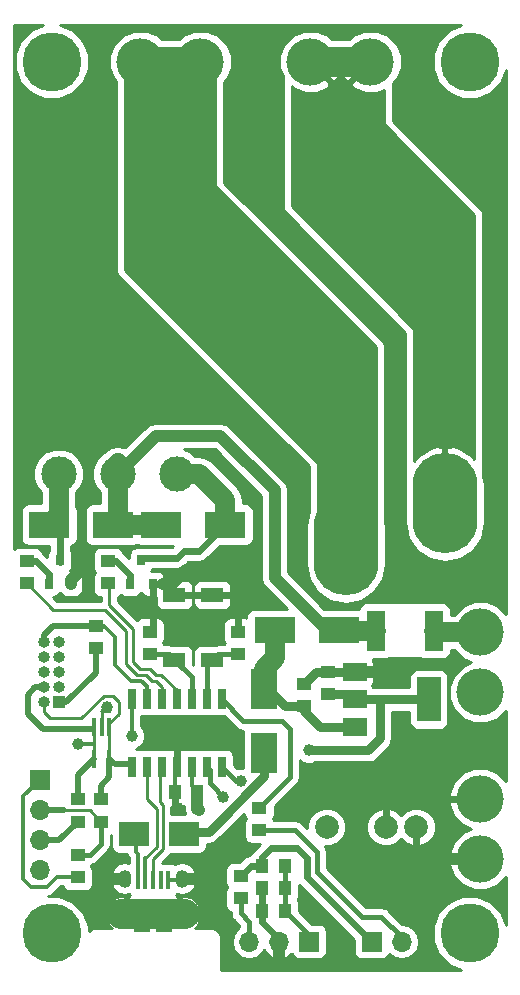
<source format=gbr>
G04 #@! TF.FileFunction,Copper,L1,Top,Signal*
%FSLAX46Y46*%
G04 Gerber Fmt 4.6, Leading zero omitted, Abs format (unit mm)*
G04 Created by KiCad (PCBNEW 4.0.5-e0-6337~49~ubuntu16.04.1) date Sun Mar 26 23:32:04 2017*
%MOMM*%
%LPD*%
G01*
G04 APERTURE LIST*
%ADD10C,0.100000*%
%ADD11C,5.000000*%
%ADD12R,2.300000X3.500000*%
%ADD13R,3.500000X2.300000*%
%ADD14R,2.650000X2.030000*%
%ADD15R,1.700000X1.700000*%
%ADD16O,1.700000X1.700000*%
%ADD17R,0.400000X1.650000*%
%ADD18O,1.100000X1.500000*%
%ADD19O,1.200000X1.700000*%
%ADD20R,1.430000X2.500000*%
%ADD21R,0.800000X0.900000*%
%ADD22R,2.000000X3.800000*%
%ADD23R,2.000000X1.500000*%
%ADD24R,0.400000X1.500000*%
%ADD25C,4.000000*%
%ADD26R,1.600000X3.500000*%
%ADD27R,1.300000X1.100000*%
%ADD28R,1.100000X1.300000*%
%ADD29R,1.000000X1.000000*%
%ADD30O,1.000000X1.000000*%
%ADD31R,1.900000X1.300000*%
%ADD32R,0.800000X1.700000*%
%ADD33C,2.000000*%
%ADD34C,3.000000*%
%ADD35O,5.500000X8.500000*%
%ADD36C,1.000000*%
%ADD37C,1.700000*%
%ADD38C,0.800000*%
%ADD39C,2.500000*%
%ADD40C,1.000000*%
%ADD41C,0.600000*%
%ADD42C,0.230000*%
%ADD43C,0.300000*%
%ADD44C,0.500000*%
%ADD45C,0.400000*%
%ADD46C,0.254000*%
G04 APERTURE END LIST*
D10*
D11*
X137400000Y-52800000D03*
X137400000Y-126600000D03*
X102000000Y-126600000D03*
D12*
X120000000Y-105900000D03*
X120000000Y-111300000D03*
D13*
X120900000Y-100900000D03*
X126300000Y-100900000D03*
X107200000Y-92000000D03*
X101800000Y-92000000D03*
X111300000Y-92000000D03*
X116700000Y-92000000D03*
D14*
X109010000Y-118200000D03*
X113190000Y-118200000D03*
D15*
X101000000Y-113600000D03*
D16*
X101000000Y-116140000D03*
X101000000Y-118680000D03*
X101000000Y-121220000D03*
D17*
X109300000Y-122100000D03*
X109950000Y-122100000D03*
X110600000Y-122100000D03*
X111250000Y-122100000D03*
X111900000Y-122100000D03*
D18*
X108180000Y-121980000D03*
X113020000Y-121980000D03*
D19*
X107870000Y-124980000D03*
X113330000Y-124980000D03*
D20*
X109640000Y-125220000D03*
X111560000Y-125220000D03*
D15*
X123800000Y-127300000D03*
D16*
X121260000Y-127300000D03*
X118720000Y-127300000D03*
D15*
X129100000Y-127300000D03*
D16*
X131640000Y-127300000D03*
D21*
X101750000Y-97000000D03*
X103650000Y-97000000D03*
X102700000Y-95000000D03*
X108650000Y-97000000D03*
X110550000Y-97000000D03*
X109600000Y-95000000D03*
D22*
X133950000Y-106800000D03*
D23*
X127650000Y-106800000D03*
X127650000Y-109100000D03*
X127650000Y-104500000D03*
D24*
X106900000Y-109170000D03*
X106250000Y-109170000D03*
X105600000Y-109170000D03*
X105600000Y-111830000D03*
X106900000Y-111830000D03*
D25*
X138300000Y-106200000D03*
X138300000Y-101120000D03*
X138300000Y-120300000D03*
X138300000Y-115220000D03*
X129000000Y-52800000D03*
X123920000Y-52800000D03*
X114600000Y-52800000D03*
X109520000Y-52800000D03*
D26*
X134340000Y-101000000D03*
X129460000Y-101000000D03*
D27*
X106200000Y-115250000D03*
X106200000Y-117150000D03*
X104200000Y-115250000D03*
X104200000Y-117150000D03*
X123400000Y-107350000D03*
X123400000Y-105450000D03*
D28*
X114350000Y-114600000D03*
X112450000Y-114600000D03*
D27*
X125400000Y-106350000D03*
X125400000Y-104450000D03*
X117800000Y-101050000D03*
X117800000Y-102950000D03*
X110300000Y-101050000D03*
X110300000Y-102950000D03*
D28*
X119850000Y-122800000D03*
X121750000Y-122800000D03*
D27*
X105750000Y-102450000D03*
X105750000Y-100550000D03*
X119600000Y-117850000D03*
X119600000Y-115950000D03*
X99900000Y-95050000D03*
X99900000Y-96950000D03*
X106800000Y-96950000D03*
X106800000Y-95050000D03*
D29*
X102640000Y-107040000D03*
D30*
X101370000Y-107040000D03*
X102640000Y-105770000D03*
X101370000Y-105770000D03*
X102640000Y-104500000D03*
X101370000Y-104500000D03*
X102640000Y-103230000D03*
X101370000Y-103230000D03*
X102640000Y-101960000D03*
X101370000Y-101960000D03*
D11*
X102000000Y-52800000D03*
D31*
X115610000Y-103450000D03*
X115605000Y-97950000D03*
X112405000Y-97950000D03*
X112405000Y-103450000D03*
D32*
X116400000Y-106720000D03*
X115130000Y-106720000D03*
X113860000Y-106720000D03*
X112590000Y-106720000D03*
X111320000Y-106720000D03*
X110050000Y-106720000D03*
X108780000Y-106720000D03*
X108780000Y-112480000D03*
X110050000Y-112480000D03*
X111320000Y-112480000D03*
X112590000Y-112480000D03*
X113860000Y-112480000D03*
X115130000Y-112480000D03*
X116400000Y-112480000D03*
D28*
X121750000Y-124700000D03*
X119850000Y-124700000D03*
D27*
X104200000Y-119950000D03*
X104200000Y-121850000D03*
X118000000Y-121750000D03*
X118000000Y-123650000D03*
D28*
X121750000Y-120900000D03*
X119850000Y-120900000D03*
D33*
X130290000Y-117600000D03*
X132889840Y-117600000D03*
X125290160Y-117600000D03*
D34*
X102600000Y-87700000D03*
X107600000Y-87700000D03*
X112600000Y-87700000D03*
D35*
X126900000Y-93700000D03*
X135300000Y-90200000D03*
D36*
X130100000Y-104400000D03*
X104900000Y-95400000D03*
X113400000Y-95800000D03*
X106700000Y-107400000D03*
X112700000Y-116000000D03*
X123800000Y-111100000D03*
X114500000Y-116200000D03*
X108800000Y-109900000D03*
X104200000Y-110600000D03*
X116500000Y-115100000D03*
X118000000Y-113700000D03*
D37*
X120000000Y-105900000D02*
X120000000Y-104200000D01*
X120000000Y-104200000D02*
X120900000Y-103300000D01*
X120900000Y-103300000D02*
X120900000Y-100900000D01*
D38*
X123400000Y-107350000D02*
X123400000Y-107800000D01*
X123400000Y-107800000D02*
X124700000Y-109100000D01*
X124700000Y-109100000D02*
X127650000Y-109100000D01*
X120000000Y-105900000D02*
X120300000Y-105900000D01*
X120300000Y-105900000D02*
X121750000Y-107350000D01*
X121750000Y-107350000D02*
X123400000Y-107350000D01*
D39*
X113330000Y-124980000D02*
X107870000Y-124980000D01*
D40*
X109640000Y-125220000D02*
X111560000Y-125220000D01*
X113020000Y-121980000D02*
X114980000Y-121980000D01*
X114980000Y-121980000D02*
X115000000Y-122000000D01*
X108180000Y-121980000D02*
X106120000Y-121980000D01*
X106120000Y-121980000D02*
X106100000Y-122000000D01*
X121260000Y-127300000D02*
X121260000Y-128960000D01*
X121260000Y-128960000D02*
X121300000Y-129000000D01*
X138300000Y-120300000D02*
X134500000Y-120300000D01*
D41*
X138300000Y-115220000D02*
X134580000Y-115220000D01*
D40*
X134580000Y-115220000D02*
X134500000Y-115300000D01*
D41*
X132889840Y-117600000D02*
X132889840Y-119889840D01*
X132889840Y-119889840D02*
X133000000Y-120000000D01*
X130290000Y-117600000D02*
X130290000Y-115190000D01*
X130290000Y-115190000D02*
X130200000Y-115100000D01*
X121260000Y-127300000D02*
X121260000Y-127060000D01*
X121260000Y-127060000D02*
X119850000Y-125650000D01*
X119850000Y-125650000D02*
X119850000Y-124700000D01*
X119850000Y-122800000D02*
X119850000Y-124700000D01*
X121260000Y-127300000D02*
X121260000Y-127260000D01*
X101000000Y-121220000D02*
X101120000Y-121100000D01*
X113330000Y-124980000D02*
X113410000Y-124900000D01*
X113410000Y-124900000D02*
X115600000Y-124900000D01*
X107870000Y-124980000D02*
X107750000Y-125100000D01*
X107750000Y-125100000D02*
X105700000Y-125100000D01*
X112590000Y-112480000D02*
X112600000Y-112470000D01*
X112600000Y-112470000D02*
X112600000Y-110000000D01*
D40*
X130100000Y-104400000D02*
X130000000Y-104500000D01*
X130000000Y-104500000D02*
X127650000Y-104500000D01*
X103650000Y-97000000D02*
X103650000Y-96650000D01*
X103650000Y-96650000D02*
X104900000Y-95400000D01*
X113400000Y-95800000D02*
X112200000Y-97000000D01*
X112200000Y-97000000D02*
X111455000Y-97000000D01*
D38*
X125400000Y-104450000D02*
X127600000Y-104450000D01*
X127600000Y-104450000D02*
X127650000Y-104500000D01*
D41*
X115605000Y-97950000D02*
X117150000Y-97950000D01*
X117800000Y-98600000D02*
X117800000Y-101050000D01*
X117150000Y-97950000D02*
X117800000Y-98600000D01*
X110550000Y-97000000D02*
X110550000Y-100800000D01*
X110550000Y-100800000D02*
X110300000Y-101050000D01*
X110550000Y-97000000D02*
X111455000Y-97000000D01*
X111455000Y-97000000D02*
X112405000Y-97950000D01*
X112405000Y-97950000D02*
X115605000Y-97950000D01*
X111560000Y-125220000D02*
X113090000Y-125220000D01*
X113090000Y-125220000D02*
X113330000Y-124980000D01*
X109640000Y-125220000D02*
X108110000Y-125220000D01*
X108110000Y-125220000D02*
X107870000Y-124980000D01*
D42*
X106250000Y-109170000D02*
X106250000Y-107850000D01*
X106250000Y-107850000D02*
X106700000Y-107400000D01*
D41*
X112450000Y-114600000D02*
X112450000Y-115750000D01*
X112450000Y-115750000D02*
X112700000Y-116000000D01*
D43*
X111900000Y-122100000D02*
X112900000Y-122100000D01*
X112900000Y-122100000D02*
X113020000Y-121980000D01*
X112450000Y-114600000D02*
X112450000Y-112450000D01*
X112450000Y-112450000D02*
X112600000Y-112300000D01*
D38*
X125400000Y-104450000D02*
X124400000Y-104450000D01*
X124400000Y-104450000D02*
X123400000Y-105450000D01*
D43*
X104200000Y-121850000D02*
X102450000Y-121850000D01*
X99600000Y-115000000D02*
X101000000Y-113600000D01*
X99600000Y-122000000D02*
X99600000Y-115000000D01*
X100300000Y-122700000D02*
X99600000Y-122000000D01*
X101600000Y-122700000D02*
X100300000Y-122700000D01*
X102450000Y-121850000D02*
X101600000Y-122700000D01*
D41*
X119850000Y-120900000D02*
X119850000Y-120150000D01*
X119850000Y-120150000D02*
X120600000Y-119400000D01*
X120600000Y-119400000D02*
X122800000Y-119400000D01*
X122800000Y-119400000D02*
X123600000Y-120200000D01*
X123600000Y-120200000D02*
X123600000Y-121800000D01*
X123600000Y-121800000D02*
X129100000Y-127300000D01*
X119850000Y-120900000D02*
X118850000Y-120900000D01*
X118850000Y-120900000D02*
X118000000Y-121750000D01*
D38*
X129800000Y-106800000D02*
X129800000Y-110100000D01*
X128800000Y-111100000D02*
X123800000Y-111100000D01*
X129800000Y-110100000D02*
X128800000Y-111100000D01*
X127650000Y-106800000D02*
X129800000Y-106800000D01*
X129800000Y-106800000D02*
X133950000Y-106800000D01*
X125400000Y-106350000D02*
X127200000Y-106350000D01*
X127200000Y-106350000D02*
X127650000Y-106800000D01*
D40*
X114350000Y-116050000D02*
X114350000Y-114600000D01*
X114500000Y-116200000D02*
X114350000Y-116050000D01*
D43*
X113870000Y-112300000D02*
X113870000Y-114120000D01*
X113870000Y-114120000D02*
X114350000Y-114600000D01*
D44*
X105750000Y-102450000D02*
X105750000Y-104550000D01*
X103260000Y-107040000D02*
X102640000Y-107040000D01*
X105750000Y-104550000D02*
X103260000Y-107040000D01*
D45*
X117800000Y-102950000D02*
X116110000Y-102950000D01*
X116110000Y-102950000D02*
X115130000Y-103930000D01*
X115130000Y-103930000D02*
X115130000Y-106720000D01*
X110300000Y-102950000D02*
X111905000Y-102950000D01*
X111905000Y-102950000D02*
X112405000Y-103450000D01*
X113860000Y-106720000D02*
X113860000Y-104905000D01*
X113860000Y-104905000D02*
X112405000Y-103450000D01*
D38*
X113190000Y-118000000D02*
X115300000Y-118000000D01*
X120000000Y-113300000D02*
X120000000Y-111300000D01*
X115300000Y-118000000D02*
X120000000Y-113300000D01*
D40*
X126300000Y-100900000D02*
X125300000Y-100900000D01*
X125300000Y-100900000D02*
X120900000Y-96500000D01*
X110800000Y-84500000D02*
X107600000Y-87700000D01*
X116300000Y-84500000D02*
X110800000Y-84500000D01*
X120900000Y-89100000D02*
X116300000Y-84500000D01*
X120900000Y-96500000D02*
X120900000Y-89100000D01*
D37*
X129460000Y-101000000D02*
X126400000Y-101000000D01*
X126400000Y-101000000D02*
X126300000Y-100900000D01*
X107600000Y-87700000D02*
X107600000Y-86800000D01*
X107200000Y-92000000D02*
X111300000Y-92000000D01*
X107600000Y-87700000D02*
X107600000Y-91600000D01*
X107600000Y-91600000D02*
X107200000Y-92000000D01*
D41*
X102700000Y-95200000D02*
X102700000Y-92900000D01*
X102700000Y-92900000D02*
X101800000Y-92000000D01*
D37*
X102600000Y-87700000D02*
X102600000Y-91200000D01*
X102600000Y-91200000D02*
X101800000Y-92000000D01*
D41*
X109800000Y-94800000D02*
X110800000Y-94800000D01*
X112600000Y-94800000D02*
X113200000Y-94200000D01*
X113200000Y-94200000D02*
X114500000Y-94200000D01*
X114500000Y-94200000D02*
X116700000Y-92000000D01*
X110800000Y-94800000D02*
X112600000Y-94800000D01*
X109800000Y-94800000D02*
X109600000Y-95000000D01*
D37*
X112600000Y-87700000D02*
X114500000Y-87700000D01*
X114500000Y-87700000D02*
X116700000Y-89900000D01*
X116700000Y-89900000D02*
X116700000Y-92000000D01*
D43*
X109300000Y-122100000D02*
X109300000Y-119900000D01*
X109110000Y-119710000D02*
X109110000Y-117600000D01*
X109300000Y-119900000D02*
X109110000Y-119710000D01*
D44*
X101000000Y-118680000D02*
X102670000Y-118680000D01*
X102670000Y-118680000D02*
X104200000Y-117150000D01*
D45*
X104200000Y-119950000D02*
X105250000Y-119950000D01*
X106200000Y-119000000D02*
X106200000Y-117150000D01*
X105250000Y-119950000D02*
X106200000Y-119000000D01*
D44*
X101000000Y-116140000D02*
X103040000Y-116140000D01*
D42*
X105250000Y-116200000D02*
X106200000Y-117150000D01*
X103100000Y-116200000D02*
X105250000Y-116200000D01*
X103040000Y-116140000D02*
X103100000Y-116200000D01*
D43*
X109950000Y-122100000D02*
X109950000Y-120250000D01*
D42*
X110060000Y-115260000D02*
X110060000Y-112300000D01*
X110900000Y-116100000D02*
X110060000Y-115260000D01*
X110900000Y-119300000D02*
X110900000Y-116100000D01*
X109950000Y-120250000D02*
X110900000Y-119300000D01*
X110600000Y-122100000D02*
X110600000Y-120300000D01*
X111200000Y-115500000D02*
X111200000Y-112430000D01*
X111400000Y-115700000D02*
X111200000Y-115500000D01*
X111400000Y-119500000D02*
X111400000Y-115700000D01*
X110600000Y-120300000D02*
X111400000Y-119500000D01*
X111200000Y-112430000D02*
X111330000Y-112300000D01*
X106900000Y-109170000D02*
X106900000Y-108800000D01*
X106900000Y-108800000D02*
X107700000Y-108000000D01*
X101370000Y-107870000D02*
X101370000Y-107040000D01*
X101900000Y-108400000D02*
X101370000Y-107870000D01*
X104500000Y-108400000D02*
X101900000Y-108400000D01*
X106400000Y-106500000D02*
X104500000Y-108400000D01*
X107200000Y-106500000D02*
X106400000Y-106500000D01*
X107700000Y-107000000D02*
X107200000Y-106500000D01*
X107700000Y-108000000D02*
X107700000Y-107000000D01*
X106900000Y-111830000D02*
X106900000Y-109170000D01*
D44*
X108790000Y-112300000D02*
X107370000Y-112300000D01*
X107370000Y-112300000D02*
X106900000Y-111830000D01*
X106200000Y-115250000D02*
X106200000Y-114100000D01*
X106900000Y-113400000D02*
X106900000Y-111830000D01*
X106200000Y-114100000D02*
X106900000Y-113400000D01*
D43*
X105600000Y-110600000D02*
X104300000Y-110600000D01*
X108790000Y-109890000D02*
X108790000Y-106900000D01*
X108800000Y-109900000D02*
X108790000Y-109890000D01*
X104300000Y-110600000D02*
X104200000Y-110600000D01*
D44*
X101370000Y-105770000D02*
X100630000Y-105770000D01*
X101300000Y-109300000D02*
X105400000Y-109300000D01*
X100000000Y-108000000D02*
X101300000Y-109300000D01*
X100000000Y-106400000D02*
X100000000Y-108000000D01*
X100630000Y-105770000D02*
X100000000Y-106400000D01*
D42*
X105600000Y-111830000D02*
X105600000Y-110600000D01*
X105600000Y-110600000D02*
X105600000Y-109170000D01*
D44*
X104200000Y-115250000D02*
X104200000Y-113230000D01*
X104200000Y-113230000D02*
X105600000Y-111830000D01*
D43*
X105750000Y-100550000D02*
X106450000Y-100550000D01*
X110050000Y-105650000D02*
X110050000Y-106720000D01*
X109600000Y-105200000D02*
X110050000Y-105650000D01*
X108700000Y-105200000D02*
X109600000Y-105200000D01*
X107400000Y-103900000D02*
X108700000Y-105200000D01*
X107400000Y-101500000D02*
X107400000Y-103900000D01*
X106450000Y-100550000D02*
X107400000Y-101500000D01*
D45*
X106250000Y-100550000D02*
X105750000Y-100550000D01*
D44*
X101370000Y-101960000D02*
X101370000Y-101330000D01*
X102150000Y-100550000D02*
X105750000Y-100550000D01*
X101370000Y-101330000D02*
X102150000Y-100550000D01*
D45*
X116700000Y-115200000D02*
X116600000Y-115200000D01*
X116600000Y-115200000D02*
X116500000Y-115100000D01*
X118720000Y-127300000D02*
X118720000Y-125620000D01*
X118720000Y-125620000D02*
X118000000Y-124900000D01*
X118000000Y-124900000D02*
X118000000Y-123650000D01*
X115400000Y-113900000D02*
X116700000Y-115200000D01*
X116700000Y-115200000D02*
X116700000Y-115200000D01*
X115400000Y-113900000D02*
X115400000Y-112750000D01*
X115130000Y-112480000D02*
X115400000Y-112750000D01*
X119600000Y-117850000D02*
X122650000Y-117850000D01*
X129900000Y-125200000D02*
X131640000Y-126940000D01*
X128300000Y-125200000D02*
X129900000Y-125200000D01*
X124500000Y-121400000D02*
X128300000Y-125200000D01*
X124500000Y-119700000D02*
X124500000Y-121400000D01*
X122650000Y-117850000D02*
X124500000Y-119700000D01*
X131640000Y-126940000D02*
X131640000Y-127300000D01*
D37*
X138600000Y-101120000D02*
X134460000Y-101120000D01*
X134460000Y-101120000D02*
X134340000Y-101000000D01*
X138600000Y-101120000D02*
X138220000Y-101120000D01*
D39*
X123920000Y-52800000D02*
X129000000Y-52800000D01*
X109520000Y-52800000D02*
X114600000Y-52800000D01*
D41*
X99900000Y-95050000D02*
X100650000Y-95050000D01*
X101750000Y-96150000D02*
X101750000Y-97000000D01*
X100650000Y-95050000D02*
X101750000Y-96150000D01*
D45*
X116400000Y-106720000D02*
X116400000Y-106800000D01*
X116400000Y-106800000D02*
X118200000Y-108600000D01*
X122200000Y-113350000D02*
X119600000Y-115950000D01*
X122200000Y-109300000D02*
X122200000Y-113350000D01*
X121500000Y-108600000D02*
X122200000Y-109300000D01*
X118200000Y-108600000D02*
X121500000Y-108600000D01*
X116420000Y-106720000D02*
X116400000Y-106720000D01*
D43*
X116410000Y-106900000D02*
X116600000Y-106900000D01*
D42*
X111320000Y-106720000D02*
X111320000Y-105720000D01*
X102150000Y-99200000D02*
X99900000Y-96950000D01*
X106500000Y-99200000D02*
X102150000Y-99200000D01*
X108300000Y-101000000D02*
X106500000Y-99200000D01*
X108300000Y-103800000D02*
X108300000Y-101000000D01*
X109200000Y-104700000D02*
X108300000Y-103800000D01*
X110000000Y-104700000D02*
X109200000Y-104700000D01*
X110500000Y-105200000D02*
X110000000Y-104700000D01*
X110800000Y-105200000D02*
X110500000Y-105200000D01*
X111320000Y-105720000D02*
X110800000Y-105200000D01*
X100000000Y-97000000D02*
X100000000Y-96850000D01*
X111330000Y-106900000D02*
X111330000Y-106330000D01*
X110800000Y-104700000D02*
X110300000Y-104200000D01*
X111300000Y-104700000D02*
X110800000Y-104700000D01*
X112600000Y-106000000D02*
X111300000Y-104700000D01*
X112600000Y-106900000D02*
X112600000Y-106000000D01*
X106900000Y-98800000D02*
X106900000Y-96950000D01*
X108900000Y-100800000D02*
X106900000Y-98800000D01*
X108900000Y-103600000D02*
X108900000Y-100800000D01*
X109500000Y-104200000D02*
X108900000Y-103600000D01*
X110300000Y-104200000D02*
X109500000Y-104200000D01*
D45*
X116400000Y-112480000D02*
X117620000Y-113700000D01*
X117620000Y-113700000D02*
X118000000Y-113700000D01*
D44*
X116400000Y-113000000D02*
X116400000Y-112480000D01*
D43*
X116410000Y-112710000D02*
X116410000Y-112300000D01*
D41*
X106800000Y-95050000D02*
X107450000Y-95050000D01*
X107450000Y-95050000D02*
X108650000Y-96250000D01*
X108650000Y-96250000D02*
X108650000Y-97000000D01*
D45*
X121750000Y-122800000D02*
X121750000Y-120900000D01*
X123800000Y-127300000D02*
X123800000Y-126750000D01*
X123800000Y-126750000D02*
X121750000Y-124700000D01*
X121750000Y-124700000D02*
X121750000Y-122800000D01*
D46*
G36*
X115873000Y-63300000D02*
X115883006Y-63349410D01*
X115910197Y-63389803D01*
X129473000Y-76952606D01*
X129473000Y-93873000D01*
X124527000Y-93873000D01*
X124527000Y-86800000D01*
X124516994Y-86750590D01*
X124489803Y-86710197D01*
X108227000Y-70447394D01*
X108227000Y-53727000D01*
X115873000Y-53727000D01*
X115873000Y-63300000D01*
X115873000Y-63300000D01*
G37*
X115873000Y-63300000D02*
X115883006Y-63349410D01*
X115910197Y-63389803D01*
X129473000Y-76952606D01*
X129473000Y-93873000D01*
X124527000Y-93873000D01*
X124527000Y-86800000D01*
X124516994Y-86750590D01*
X124489803Y-86710197D01*
X108227000Y-70447394D01*
X108227000Y-53727000D01*
X115873000Y-53727000D01*
X115873000Y-63300000D01*
G36*
X136064853Y-102610658D02*
X136805443Y-103352542D01*
X137546512Y-103660261D01*
X136809342Y-103964853D01*
X136067458Y-104705443D01*
X135665458Y-105673567D01*
X135664543Y-106721834D01*
X136064853Y-107690658D01*
X136805443Y-108432542D01*
X137773567Y-108834542D01*
X138821834Y-108835457D01*
X139790658Y-108435147D01*
X140490000Y-107737025D01*
X140490000Y-113684116D01*
X139794557Y-112987458D01*
X138826433Y-112585458D01*
X137778166Y-112584543D01*
X136809342Y-112984853D01*
X136067458Y-113725443D01*
X135665458Y-114693567D01*
X135664543Y-115741834D01*
X136064853Y-116710658D01*
X136805443Y-117452542D01*
X137546512Y-117760261D01*
X136809342Y-118064853D01*
X136067458Y-118805443D01*
X135665458Y-119773567D01*
X135664543Y-120821834D01*
X136064853Y-121790658D01*
X136805443Y-122532542D01*
X137773567Y-122934542D01*
X138821834Y-122935457D01*
X139790658Y-122535147D01*
X140490000Y-121837025D01*
X140490000Y-125868924D01*
X140059273Y-124826485D01*
X139178153Y-123943826D01*
X138026326Y-123465546D01*
X136779146Y-123464457D01*
X135626485Y-123940727D01*
X134743826Y-124821847D01*
X134265546Y-125973674D01*
X134264457Y-127220854D01*
X134740727Y-128373515D01*
X135621847Y-129256174D01*
X136666617Y-129690000D01*
X116310000Y-129690000D01*
X116310000Y-126900000D01*
X116255954Y-126628295D01*
X116102046Y-126397954D01*
X115871705Y-126244046D01*
X115600000Y-126190000D01*
X114117027Y-126190000D01*
X114203277Y-126132370D01*
X114470991Y-125731707D01*
X114565000Y-125259093D01*
X114565000Y-124700907D01*
X114470991Y-124228293D01*
X114203277Y-123827630D01*
X113802614Y-123559916D01*
X113330000Y-123465907D01*
X112857386Y-123559916D01*
X112793270Y-123602757D01*
X112739090Y-123518559D01*
X112550496Y-123389698D01*
X112551441Y-123389090D01*
X112605673Y-123309719D01*
X113020000Y-123392134D01*
X113473480Y-123301931D01*
X113857922Y-123045056D01*
X114114797Y-122660614D01*
X114205000Y-122207134D01*
X114205000Y-121752866D01*
X114114797Y-121299386D01*
X113857922Y-120914944D01*
X113473480Y-120658069D01*
X113020000Y-120567866D01*
X112566520Y-120658069D01*
X112442837Y-120740711D01*
X112351890Y-120678569D01*
X112100000Y-120627560D01*
X111700000Y-120627560D01*
X111570411Y-120651944D01*
X111450000Y-120627560D01*
X111350000Y-120627560D01*
X111350000Y-120610660D01*
X111930330Y-120030330D01*
X112042511Y-119862440D01*
X114515000Y-119862440D01*
X114750317Y-119818162D01*
X114891987Y-119727000D01*
X114900000Y-119727000D01*
X114946159Y-119718315D01*
X114988553Y-119691035D01*
X115016994Y-119649410D01*
X115027000Y-119600000D01*
X115027000Y-119590459D01*
X115111431Y-119466890D01*
X115162440Y-119215000D01*
X115162440Y-119035000D01*
X115299995Y-119035000D01*
X115300000Y-119035001D01*
X115696077Y-118956215D01*
X116031856Y-118731856D01*
X118302560Y-116461152D01*
X118302560Y-116500000D01*
X118346838Y-116735317D01*
X118453759Y-116901477D01*
X118353569Y-117048110D01*
X118302560Y-117300000D01*
X118302560Y-118400000D01*
X118346838Y-118635317D01*
X118485910Y-118851441D01*
X118698110Y-118996431D01*
X118950000Y-119047440D01*
X119630270Y-119047440D01*
X119188855Y-119488855D01*
X119085971Y-119642832D01*
X119064683Y-119646838D01*
X118848559Y-119785910D01*
X118706719Y-119993500D01*
X118575810Y-120019540D01*
X118492191Y-120036173D01*
X118291985Y-120169946D01*
X118188855Y-120238855D01*
X117875150Y-120552560D01*
X117350000Y-120552560D01*
X117114683Y-120596838D01*
X116898559Y-120735910D01*
X116753569Y-120948110D01*
X116702560Y-121200000D01*
X116702560Y-122300000D01*
X116746838Y-122535317D01*
X116853759Y-122701477D01*
X116753569Y-122848110D01*
X116702560Y-123100000D01*
X116702560Y-124200000D01*
X116746838Y-124435317D01*
X116885910Y-124651441D01*
X117098110Y-124796431D01*
X117165000Y-124809977D01*
X117165000Y-124900000D01*
X117228561Y-125219541D01*
X117315731Y-125350000D01*
X117409566Y-125490434D01*
X117885000Y-125965868D01*
X117885000Y-126077159D01*
X117669946Y-126220853D01*
X117348039Y-126702622D01*
X117235000Y-127270907D01*
X117235000Y-127329093D01*
X117348039Y-127897378D01*
X117669946Y-128379147D01*
X118151715Y-128701054D01*
X118720000Y-128814093D01*
X119288285Y-128701054D01*
X119770054Y-128379147D01*
X119990000Y-128049974D01*
X120209946Y-128379147D01*
X120691715Y-128701054D01*
X121260000Y-128814093D01*
X121828285Y-128701054D01*
X122310054Y-128379147D01*
X122337850Y-128337548D01*
X122346838Y-128385317D01*
X122485910Y-128601441D01*
X122698110Y-128746431D01*
X122950000Y-128797440D01*
X124650000Y-128797440D01*
X124885317Y-128753162D01*
X125101441Y-128614090D01*
X125246431Y-128401890D01*
X125297440Y-128150000D01*
X125297440Y-126450000D01*
X125253162Y-126214683D01*
X125114090Y-125998559D01*
X124901890Y-125853569D01*
X124650000Y-125802560D01*
X124033428Y-125802560D01*
X122947440Y-124716572D01*
X122947440Y-124050000D01*
X122903162Y-123814683D01*
X122862519Y-123751522D01*
X122896431Y-123701890D01*
X122947440Y-123450000D01*
X122947440Y-122469730D01*
X127602560Y-127124850D01*
X127602560Y-128150000D01*
X127646838Y-128385317D01*
X127785910Y-128601441D01*
X127998110Y-128746431D01*
X128250000Y-128797440D01*
X129950000Y-128797440D01*
X130185317Y-128753162D01*
X130401441Y-128614090D01*
X130546431Y-128401890D01*
X130560086Y-128334459D01*
X130589946Y-128379147D01*
X131071715Y-128701054D01*
X131640000Y-128814093D01*
X132208285Y-128701054D01*
X132690054Y-128379147D01*
X133011961Y-127897378D01*
X133125000Y-127329093D01*
X133125000Y-127270907D01*
X133011961Y-126702622D01*
X132690054Y-126220853D01*
X132208285Y-125898946D01*
X131673423Y-125792555D01*
X130490434Y-124609566D01*
X130446874Y-124580460D01*
X130219541Y-124428561D01*
X129900000Y-124365000D01*
X128645868Y-124365000D01*
X125335000Y-121054132D01*
X125335000Y-119700000D01*
X125271439Y-119380459D01*
X125174180Y-119234900D01*
X125613955Y-119235284D01*
X126215103Y-118986894D01*
X126675438Y-118527363D01*
X126924876Y-117926648D01*
X126924878Y-117923795D01*
X128654716Y-117923795D01*
X128903106Y-118524943D01*
X129362637Y-118985278D01*
X129963352Y-119234716D01*
X130613795Y-119235284D01*
X131214943Y-118986894D01*
X131590171Y-118612321D01*
X131962477Y-118985278D01*
X132563192Y-119234716D01*
X133213635Y-119235284D01*
X133814783Y-118986894D01*
X134275118Y-118527363D01*
X134524556Y-117926648D01*
X134525124Y-117276205D01*
X134276734Y-116675057D01*
X133817203Y-116214722D01*
X133216488Y-115965284D01*
X132566045Y-115964716D01*
X131964897Y-116213106D01*
X131589669Y-116587679D01*
X131217363Y-116214722D01*
X130616648Y-115965284D01*
X129966205Y-115964716D01*
X129365057Y-116213106D01*
X128904722Y-116672637D01*
X128655284Y-117273352D01*
X128654716Y-117923795D01*
X126924878Y-117923795D01*
X126925444Y-117276205D01*
X126677054Y-116675057D01*
X126217523Y-116214722D01*
X125616808Y-115965284D01*
X124966365Y-115964716D01*
X124365217Y-116213106D01*
X123904882Y-116672637D01*
X123655444Y-117273352D01*
X123655094Y-117674226D01*
X123240434Y-117259566D01*
X123095564Y-117162767D01*
X122969541Y-117078561D01*
X122650000Y-117015000D01*
X120821192Y-117015000D01*
X120746241Y-116898523D01*
X120846431Y-116751890D01*
X120897440Y-116500000D01*
X120897440Y-115833428D01*
X122790434Y-113940434D01*
X122799573Y-113926756D01*
X122971439Y-113669541D01*
X123035000Y-113350000D01*
X123035000Y-111940198D01*
X123156235Y-112061645D01*
X123573244Y-112234803D01*
X124024775Y-112235197D01*
X124267269Y-112135000D01*
X128799995Y-112135000D01*
X128800000Y-112135001D01*
X129196077Y-112056215D01*
X129531856Y-111831856D01*
X130531853Y-110831858D01*
X130531856Y-110831856D01*
X130756215Y-110496077D01*
X130766359Y-110445079D01*
X130835001Y-110100000D01*
X130835000Y-110099995D01*
X130835000Y-107835000D01*
X132302560Y-107835000D01*
X132302560Y-108700000D01*
X132346838Y-108935317D01*
X132485910Y-109151441D01*
X132698110Y-109296431D01*
X132950000Y-109347440D01*
X134950000Y-109347440D01*
X135185317Y-109303162D01*
X135401441Y-109164090D01*
X135546431Y-108951890D01*
X135597440Y-108700000D01*
X135597440Y-104900000D01*
X135553162Y-104664683D01*
X135414090Y-104448559D01*
X135201890Y-104303569D01*
X134950000Y-104252560D01*
X132950000Y-104252560D01*
X132714683Y-104296838D01*
X132498559Y-104435910D01*
X132353569Y-104648110D01*
X132302560Y-104900000D01*
X132302560Y-105765000D01*
X129221192Y-105765000D01*
X129146241Y-105648523D01*
X129246431Y-105501890D01*
X129297440Y-105250000D01*
X129297440Y-103750000D01*
X129253162Y-103514683D01*
X129177718Y-103397440D01*
X130260000Y-103397440D01*
X130495317Y-103353162D01*
X130535974Y-103327000D01*
X133259672Y-103327000D01*
X133288110Y-103346431D01*
X133540000Y-103397440D01*
X135140000Y-103397440D01*
X135375317Y-103353162D01*
X135591441Y-103214090D01*
X135736431Y-103001890D01*
X135787440Y-102750000D01*
X135787440Y-102605000D01*
X136062515Y-102605000D01*
X136064853Y-102610658D01*
X136064853Y-102610658D01*
G37*
X136064853Y-102610658D02*
X136805443Y-103352542D01*
X137546512Y-103660261D01*
X136809342Y-103964853D01*
X136067458Y-104705443D01*
X135665458Y-105673567D01*
X135664543Y-106721834D01*
X136064853Y-107690658D01*
X136805443Y-108432542D01*
X137773567Y-108834542D01*
X138821834Y-108835457D01*
X139790658Y-108435147D01*
X140490000Y-107737025D01*
X140490000Y-113684116D01*
X139794557Y-112987458D01*
X138826433Y-112585458D01*
X137778166Y-112584543D01*
X136809342Y-112984853D01*
X136067458Y-113725443D01*
X135665458Y-114693567D01*
X135664543Y-115741834D01*
X136064853Y-116710658D01*
X136805443Y-117452542D01*
X137546512Y-117760261D01*
X136809342Y-118064853D01*
X136067458Y-118805443D01*
X135665458Y-119773567D01*
X135664543Y-120821834D01*
X136064853Y-121790658D01*
X136805443Y-122532542D01*
X137773567Y-122934542D01*
X138821834Y-122935457D01*
X139790658Y-122535147D01*
X140490000Y-121837025D01*
X140490000Y-125868924D01*
X140059273Y-124826485D01*
X139178153Y-123943826D01*
X138026326Y-123465546D01*
X136779146Y-123464457D01*
X135626485Y-123940727D01*
X134743826Y-124821847D01*
X134265546Y-125973674D01*
X134264457Y-127220854D01*
X134740727Y-128373515D01*
X135621847Y-129256174D01*
X136666617Y-129690000D01*
X116310000Y-129690000D01*
X116310000Y-126900000D01*
X116255954Y-126628295D01*
X116102046Y-126397954D01*
X115871705Y-126244046D01*
X115600000Y-126190000D01*
X114117027Y-126190000D01*
X114203277Y-126132370D01*
X114470991Y-125731707D01*
X114565000Y-125259093D01*
X114565000Y-124700907D01*
X114470991Y-124228293D01*
X114203277Y-123827630D01*
X113802614Y-123559916D01*
X113330000Y-123465907D01*
X112857386Y-123559916D01*
X112793270Y-123602757D01*
X112739090Y-123518559D01*
X112550496Y-123389698D01*
X112551441Y-123389090D01*
X112605673Y-123309719D01*
X113020000Y-123392134D01*
X113473480Y-123301931D01*
X113857922Y-123045056D01*
X114114797Y-122660614D01*
X114205000Y-122207134D01*
X114205000Y-121752866D01*
X114114797Y-121299386D01*
X113857922Y-120914944D01*
X113473480Y-120658069D01*
X113020000Y-120567866D01*
X112566520Y-120658069D01*
X112442837Y-120740711D01*
X112351890Y-120678569D01*
X112100000Y-120627560D01*
X111700000Y-120627560D01*
X111570411Y-120651944D01*
X111450000Y-120627560D01*
X111350000Y-120627560D01*
X111350000Y-120610660D01*
X111930330Y-120030330D01*
X112042511Y-119862440D01*
X114515000Y-119862440D01*
X114750317Y-119818162D01*
X114891987Y-119727000D01*
X114900000Y-119727000D01*
X114946159Y-119718315D01*
X114988553Y-119691035D01*
X115016994Y-119649410D01*
X115027000Y-119600000D01*
X115027000Y-119590459D01*
X115111431Y-119466890D01*
X115162440Y-119215000D01*
X115162440Y-119035000D01*
X115299995Y-119035000D01*
X115300000Y-119035001D01*
X115696077Y-118956215D01*
X116031856Y-118731856D01*
X118302560Y-116461152D01*
X118302560Y-116500000D01*
X118346838Y-116735317D01*
X118453759Y-116901477D01*
X118353569Y-117048110D01*
X118302560Y-117300000D01*
X118302560Y-118400000D01*
X118346838Y-118635317D01*
X118485910Y-118851441D01*
X118698110Y-118996431D01*
X118950000Y-119047440D01*
X119630270Y-119047440D01*
X119188855Y-119488855D01*
X119085971Y-119642832D01*
X119064683Y-119646838D01*
X118848559Y-119785910D01*
X118706719Y-119993500D01*
X118575810Y-120019540D01*
X118492191Y-120036173D01*
X118291985Y-120169946D01*
X118188855Y-120238855D01*
X117875150Y-120552560D01*
X117350000Y-120552560D01*
X117114683Y-120596838D01*
X116898559Y-120735910D01*
X116753569Y-120948110D01*
X116702560Y-121200000D01*
X116702560Y-122300000D01*
X116746838Y-122535317D01*
X116853759Y-122701477D01*
X116753569Y-122848110D01*
X116702560Y-123100000D01*
X116702560Y-124200000D01*
X116746838Y-124435317D01*
X116885910Y-124651441D01*
X117098110Y-124796431D01*
X117165000Y-124809977D01*
X117165000Y-124900000D01*
X117228561Y-125219541D01*
X117315731Y-125350000D01*
X117409566Y-125490434D01*
X117885000Y-125965868D01*
X117885000Y-126077159D01*
X117669946Y-126220853D01*
X117348039Y-126702622D01*
X117235000Y-127270907D01*
X117235000Y-127329093D01*
X117348039Y-127897378D01*
X117669946Y-128379147D01*
X118151715Y-128701054D01*
X118720000Y-128814093D01*
X119288285Y-128701054D01*
X119770054Y-128379147D01*
X119990000Y-128049974D01*
X120209946Y-128379147D01*
X120691715Y-128701054D01*
X121260000Y-128814093D01*
X121828285Y-128701054D01*
X122310054Y-128379147D01*
X122337850Y-128337548D01*
X122346838Y-128385317D01*
X122485910Y-128601441D01*
X122698110Y-128746431D01*
X122950000Y-128797440D01*
X124650000Y-128797440D01*
X124885317Y-128753162D01*
X125101441Y-128614090D01*
X125246431Y-128401890D01*
X125297440Y-128150000D01*
X125297440Y-126450000D01*
X125253162Y-126214683D01*
X125114090Y-125998559D01*
X124901890Y-125853569D01*
X124650000Y-125802560D01*
X124033428Y-125802560D01*
X122947440Y-124716572D01*
X122947440Y-124050000D01*
X122903162Y-123814683D01*
X122862519Y-123751522D01*
X122896431Y-123701890D01*
X122947440Y-123450000D01*
X122947440Y-122469730D01*
X127602560Y-127124850D01*
X127602560Y-128150000D01*
X127646838Y-128385317D01*
X127785910Y-128601441D01*
X127998110Y-128746431D01*
X128250000Y-128797440D01*
X129950000Y-128797440D01*
X130185317Y-128753162D01*
X130401441Y-128614090D01*
X130546431Y-128401890D01*
X130560086Y-128334459D01*
X130589946Y-128379147D01*
X131071715Y-128701054D01*
X131640000Y-128814093D01*
X132208285Y-128701054D01*
X132690054Y-128379147D01*
X133011961Y-127897378D01*
X133125000Y-127329093D01*
X133125000Y-127270907D01*
X133011961Y-126702622D01*
X132690054Y-126220853D01*
X132208285Y-125898946D01*
X131673423Y-125792555D01*
X130490434Y-124609566D01*
X130446874Y-124580460D01*
X130219541Y-124428561D01*
X129900000Y-124365000D01*
X128645868Y-124365000D01*
X125335000Y-121054132D01*
X125335000Y-119700000D01*
X125271439Y-119380459D01*
X125174180Y-119234900D01*
X125613955Y-119235284D01*
X126215103Y-118986894D01*
X126675438Y-118527363D01*
X126924876Y-117926648D01*
X126924878Y-117923795D01*
X128654716Y-117923795D01*
X128903106Y-118524943D01*
X129362637Y-118985278D01*
X129963352Y-119234716D01*
X130613795Y-119235284D01*
X131214943Y-118986894D01*
X131590171Y-118612321D01*
X131962477Y-118985278D01*
X132563192Y-119234716D01*
X133213635Y-119235284D01*
X133814783Y-118986894D01*
X134275118Y-118527363D01*
X134524556Y-117926648D01*
X134525124Y-117276205D01*
X134276734Y-116675057D01*
X133817203Y-116214722D01*
X133216488Y-115965284D01*
X132566045Y-115964716D01*
X131964897Y-116213106D01*
X131589669Y-116587679D01*
X131217363Y-116214722D01*
X130616648Y-115965284D01*
X129966205Y-115964716D01*
X129365057Y-116213106D01*
X128904722Y-116672637D01*
X128655284Y-117273352D01*
X128654716Y-117923795D01*
X126924878Y-117923795D01*
X126925444Y-117276205D01*
X126677054Y-116675057D01*
X126217523Y-116214722D01*
X125616808Y-115965284D01*
X124966365Y-115964716D01*
X124365217Y-116213106D01*
X123904882Y-116672637D01*
X123655444Y-117273352D01*
X123655094Y-117674226D01*
X123240434Y-117259566D01*
X123095564Y-117162767D01*
X122969541Y-117078561D01*
X122650000Y-117015000D01*
X120821192Y-117015000D01*
X120746241Y-116898523D01*
X120846431Y-116751890D01*
X120897440Y-116500000D01*
X120897440Y-115833428D01*
X122790434Y-113940434D01*
X122799573Y-113926756D01*
X122971439Y-113669541D01*
X123035000Y-113350000D01*
X123035000Y-111940198D01*
X123156235Y-112061645D01*
X123573244Y-112234803D01*
X124024775Y-112235197D01*
X124267269Y-112135000D01*
X128799995Y-112135000D01*
X128800000Y-112135001D01*
X129196077Y-112056215D01*
X129531856Y-111831856D01*
X130531853Y-110831858D01*
X130531856Y-110831856D01*
X130756215Y-110496077D01*
X130766359Y-110445079D01*
X130835001Y-110100000D01*
X130835000Y-110099995D01*
X130835000Y-107835000D01*
X132302560Y-107835000D01*
X132302560Y-108700000D01*
X132346838Y-108935317D01*
X132485910Y-109151441D01*
X132698110Y-109296431D01*
X132950000Y-109347440D01*
X134950000Y-109347440D01*
X135185317Y-109303162D01*
X135401441Y-109164090D01*
X135546431Y-108951890D01*
X135597440Y-108700000D01*
X135597440Y-104900000D01*
X135553162Y-104664683D01*
X135414090Y-104448559D01*
X135201890Y-104303569D01*
X134950000Y-104252560D01*
X132950000Y-104252560D01*
X132714683Y-104296838D01*
X132498559Y-104435910D01*
X132353569Y-104648110D01*
X132302560Y-104900000D01*
X132302560Y-105765000D01*
X129221192Y-105765000D01*
X129146241Y-105648523D01*
X129246431Y-105501890D01*
X129297440Y-105250000D01*
X129297440Y-103750000D01*
X129253162Y-103514683D01*
X129177718Y-103397440D01*
X130260000Y-103397440D01*
X130495317Y-103353162D01*
X130535974Y-103327000D01*
X133259672Y-103327000D01*
X133288110Y-103346431D01*
X133540000Y-103397440D01*
X135140000Y-103397440D01*
X135375317Y-103353162D01*
X135591441Y-103214090D01*
X135736431Y-103001890D01*
X135787440Y-102750000D01*
X135787440Y-102605000D01*
X136062515Y-102605000D01*
X136064853Y-102610658D01*
G36*
X107037560Y-119215000D02*
X107081838Y-119450317D01*
X107173000Y-119591987D01*
X107173000Y-119600000D01*
X107181685Y-119646159D01*
X107208965Y-119688553D01*
X107250590Y-119716994D01*
X107300000Y-119727000D01*
X107309541Y-119727000D01*
X107433110Y-119811431D01*
X107685000Y-119862440D01*
X108355322Y-119862440D01*
X108384755Y-120010407D01*
X108515000Y-120205333D01*
X108515000Y-120634502D01*
X108180000Y-120567866D01*
X107726520Y-120658069D01*
X107342078Y-120914944D01*
X107085203Y-121299386D01*
X106995000Y-121752866D01*
X106995000Y-122207134D01*
X107085203Y-122660614D01*
X107342078Y-123045056D01*
X107726520Y-123301931D01*
X108180000Y-123392134D01*
X108593129Y-123309957D01*
X108635910Y-123376441D01*
X108654752Y-123389315D01*
X108473559Y-123505910D01*
X108407181Y-123603058D01*
X108342614Y-123559916D01*
X107870000Y-123465907D01*
X107397386Y-123559916D01*
X106996723Y-123827630D01*
X106729009Y-124228293D01*
X106635000Y-124700907D01*
X106635000Y-125259093D01*
X106729009Y-125731707D01*
X106996723Y-126132370D01*
X107082973Y-126190000D01*
X105600000Y-126190000D01*
X105328295Y-126244046D01*
X105135199Y-126373068D01*
X105135543Y-125979146D01*
X104659273Y-124826485D01*
X103778153Y-123943826D01*
X102626326Y-123465546D01*
X101701859Y-123464739D01*
X101900407Y-123425245D01*
X102155079Y-123255079D01*
X102775157Y-122635000D01*
X102946778Y-122635000D01*
X102946838Y-122635317D01*
X103085910Y-122851441D01*
X103298110Y-122996431D01*
X103550000Y-123047440D01*
X104850000Y-123047440D01*
X105085317Y-123003162D01*
X105301441Y-122864090D01*
X105446431Y-122651890D01*
X105497440Y-122400000D01*
X105497440Y-121300000D01*
X105453162Y-121064683D01*
X105346241Y-120898523D01*
X105446431Y-120751890D01*
X105447689Y-120745677D01*
X105569541Y-120721439D01*
X105840434Y-120540434D01*
X106790434Y-119590434D01*
X106792720Y-119587013D01*
X106971439Y-119319541D01*
X107035000Y-119000000D01*
X107035000Y-118312630D01*
X107037560Y-118312148D01*
X107037560Y-119215000D01*
X107037560Y-119215000D01*
G37*
X107037560Y-119215000D02*
X107081838Y-119450317D01*
X107173000Y-119591987D01*
X107173000Y-119600000D01*
X107181685Y-119646159D01*
X107208965Y-119688553D01*
X107250590Y-119716994D01*
X107300000Y-119727000D01*
X107309541Y-119727000D01*
X107433110Y-119811431D01*
X107685000Y-119862440D01*
X108355322Y-119862440D01*
X108384755Y-120010407D01*
X108515000Y-120205333D01*
X108515000Y-120634502D01*
X108180000Y-120567866D01*
X107726520Y-120658069D01*
X107342078Y-120914944D01*
X107085203Y-121299386D01*
X106995000Y-121752866D01*
X106995000Y-122207134D01*
X107085203Y-122660614D01*
X107342078Y-123045056D01*
X107726520Y-123301931D01*
X108180000Y-123392134D01*
X108593129Y-123309957D01*
X108635910Y-123376441D01*
X108654752Y-123389315D01*
X108473559Y-123505910D01*
X108407181Y-123603058D01*
X108342614Y-123559916D01*
X107870000Y-123465907D01*
X107397386Y-123559916D01*
X106996723Y-123827630D01*
X106729009Y-124228293D01*
X106635000Y-124700907D01*
X106635000Y-125259093D01*
X106729009Y-125731707D01*
X106996723Y-126132370D01*
X107082973Y-126190000D01*
X105600000Y-126190000D01*
X105328295Y-126244046D01*
X105135199Y-126373068D01*
X105135543Y-125979146D01*
X104659273Y-124826485D01*
X103778153Y-123943826D01*
X102626326Y-123465546D01*
X101701859Y-123464739D01*
X101900407Y-123425245D01*
X102155079Y-123255079D01*
X102775157Y-122635000D01*
X102946778Y-122635000D01*
X102946838Y-122635317D01*
X103085910Y-122851441D01*
X103298110Y-122996431D01*
X103550000Y-123047440D01*
X104850000Y-123047440D01*
X105085317Y-123003162D01*
X105301441Y-122864090D01*
X105446431Y-122651890D01*
X105497440Y-122400000D01*
X105497440Y-121300000D01*
X105453162Y-121064683D01*
X105346241Y-120898523D01*
X105446431Y-120751890D01*
X105447689Y-120745677D01*
X105569541Y-120721439D01*
X105840434Y-120540434D01*
X106790434Y-119590434D01*
X106792720Y-119587013D01*
X106971439Y-119319541D01*
X107035000Y-119000000D01*
X107035000Y-118312630D01*
X107037560Y-118312148D01*
X107037560Y-119215000D01*
G36*
X113215000Y-116050000D02*
X113301397Y-116484346D01*
X113336953Y-116537560D01*
X112150000Y-116537560D01*
X112150000Y-115897440D01*
X113000000Y-115897440D01*
X113215000Y-115856985D01*
X113215000Y-116050000D01*
X113215000Y-116050000D01*
G37*
X113215000Y-116050000D02*
X113301397Y-116484346D01*
X113336953Y-116537560D01*
X112150000Y-116537560D01*
X112150000Y-115897440D01*
X113000000Y-115897440D01*
X113215000Y-115856985D01*
X113215000Y-116050000D01*
G36*
X116000000Y-108217440D02*
X116636572Y-108217440D01*
X117609566Y-109190434D01*
X117880459Y-109371439D01*
X118200000Y-109435000D01*
X118225848Y-109435000D01*
X118202560Y-109550000D01*
X118202560Y-112565176D01*
X117775225Y-112564803D01*
X117697703Y-112596835D01*
X117447440Y-112346572D01*
X117447440Y-111630000D01*
X117403162Y-111394683D01*
X117264090Y-111178559D01*
X117051890Y-111033569D01*
X116800000Y-110982560D01*
X116000000Y-110982560D01*
X115764683Y-111026838D01*
X115760845Y-111029307D01*
X115530000Y-110982560D01*
X114730000Y-110982560D01*
X114494683Y-111026838D01*
X114490845Y-111029307D01*
X114260000Y-110982560D01*
X113460000Y-110982560D01*
X113224683Y-111026838D01*
X113220845Y-111029307D01*
X112990000Y-110982560D01*
X112190000Y-110982560D01*
X111954683Y-111026838D01*
X111950845Y-111029307D01*
X111720000Y-110982560D01*
X110920000Y-110982560D01*
X110684683Y-111026838D01*
X110680845Y-111029307D01*
X110450000Y-110982560D01*
X109650000Y-110982560D01*
X109414683Y-111026838D01*
X109410845Y-111029307D01*
X109180000Y-110982560D01*
X109152166Y-110982560D01*
X109442086Y-110862767D01*
X109761645Y-110543765D01*
X109934803Y-110126756D01*
X109935197Y-109675225D01*
X109762767Y-109257914D01*
X109575000Y-109069819D01*
X109575000Y-108202252D01*
X109650000Y-108217440D01*
X110450000Y-108217440D01*
X110685317Y-108173162D01*
X110689155Y-108170693D01*
X110920000Y-108217440D01*
X111720000Y-108217440D01*
X111955317Y-108173162D01*
X111959155Y-108170693D01*
X112190000Y-108217440D01*
X112990000Y-108217440D01*
X113225317Y-108173162D01*
X113229155Y-108170693D01*
X113460000Y-108217440D01*
X114260000Y-108217440D01*
X114495317Y-108173162D01*
X114499155Y-108170693D01*
X114730000Y-108217440D01*
X115530000Y-108217440D01*
X115765317Y-108173162D01*
X115769155Y-108170693D01*
X116000000Y-108217440D01*
X116000000Y-108217440D01*
G37*
X116000000Y-108217440D02*
X116636572Y-108217440D01*
X117609566Y-109190434D01*
X117880459Y-109371439D01*
X118200000Y-109435000D01*
X118225848Y-109435000D01*
X118202560Y-109550000D01*
X118202560Y-112565176D01*
X117775225Y-112564803D01*
X117697703Y-112596835D01*
X117447440Y-112346572D01*
X117447440Y-111630000D01*
X117403162Y-111394683D01*
X117264090Y-111178559D01*
X117051890Y-111033569D01*
X116800000Y-110982560D01*
X116000000Y-110982560D01*
X115764683Y-111026838D01*
X115760845Y-111029307D01*
X115530000Y-110982560D01*
X114730000Y-110982560D01*
X114494683Y-111026838D01*
X114490845Y-111029307D01*
X114260000Y-110982560D01*
X113460000Y-110982560D01*
X113224683Y-111026838D01*
X113220845Y-111029307D01*
X112990000Y-110982560D01*
X112190000Y-110982560D01*
X111954683Y-111026838D01*
X111950845Y-111029307D01*
X111720000Y-110982560D01*
X110920000Y-110982560D01*
X110684683Y-111026838D01*
X110680845Y-111029307D01*
X110450000Y-110982560D01*
X109650000Y-110982560D01*
X109414683Y-111026838D01*
X109410845Y-111029307D01*
X109180000Y-110982560D01*
X109152166Y-110982560D01*
X109442086Y-110862767D01*
X109761645Y-110543765D01*
X109934803Y-110126756D01*
X109935197Y-109675225D01*
X109762767Y-109257914D01*
X109575000Y-109069819D01*
X109575000Y-108202252D01*
X109650000Y-108217440D01*
X110450000Y-108217440D01*
X110685317Y-108173162D01*
X110689155Y-108170693D01*
X110920000Y-108217440D01*
X111720000Y-108217440D01*
X111955317Y-108173162D01*
X111959155Y-108170693D01*
X112190000Y-108217440D01*
X112990000Y-108217440D01*
X113225317Y-108173162D01*
X113229155Y-108170693D01*
X113460000Y-108217440D01*
X114260000Y-108217440D01*
X114495317Y-108173162D01*
X114499155Y-108170693D01*
X114730000Y-108217440D01*
X115530000Y-108217440D01*
X115765317Y-108173162D01*
X115769155Y-108170693D01*
X116000000Y-108217440D01*
G36*
X106950000Y-107310660D02*
X106950000Y-107689340D01*
X106866780Y-107772560D01*
X106700000Y-107772560D01*
X106570411Y-107796944D01*
X106450000Y-107772560D01*
X106188100Y-107772560D01*
X106710660Y-107250000D01*
X106889340Y-107250000D01*
X106950000Y-107310660D01*
X106950000Y-107310660D01*
G37*
X106950000Y-107310660D02*
X106950000Y-107689340D01*
X106866780Y-107772560D01*
X106700000Y-107772560D01*
X106570411Y-107796944D01*
X106450000Y-107772560D01*
X106188100Y-107772560D01*
X106710660Y-107250000D01*
X106889340Y-107250000D01*
X106950000Y-107310660D01*
G36*
X119765000Y-89570132D02*
X119765000Y-96500000D01*
X119851397Y-96934346D01*
X120018879Y-97185000D01*
X120097434Y-97302566D01*
X121897428Y-99102560D01*
X119150000Y-99102560D01*
X118914683Y-99146838D01*
X118698559Y-99285910D01*
X118553569Y-99498110D01*
X118502560Y-99750000D01*
X118502560Y-99863204D01*
X118450000Y-99852560D01*
X117150000Y-99852560D01*
X116914683Y-99896838D01*
X116698559Y-100035910D01*
X116553569Y-100248110D01*
X116502560Y-100500000D01*
X116502560Y-101600000D01*
X116546838Y-101835317D01*
X116653759Y-102001477D01*
X116576192Y-102115000D01*
X116110000Y-102115000D01*
X115921174Y-102152560D01*
X114660000Y-102152560D01*
X114424683Y-102196838D01*
X114208559Y-102335910D01*
X114063569Y-102548110D01*
X114012560Y-102800000D01*
X114012560Y-103876692D01*
X114002440Y-103866572D01*
X114002440Y-102800000D01*
X113958162Y-102564683D01*
X113819090Y-102348559D01*
X113606890Y-102203569D01*
X113355000Y-102152560D01*
X112093826Y-102152560D01*
X111905000Y-102115000D01*
X111521192Y-102115000D01*
X111446241Y-101998523D01*
X111546431Y-101851890D01*
X111597440Y-101600000D01*
X111597440Y-100500000D01*
X111553162Y-100264683D01*
X111414090Y-100048559D01*
X111201890Y-99903569D01*
X110950000Y-99852560D01*
X109650000Y-99852560D01*
X109414683Y-99896838D01*
X109198559Y-100035910D01*
X109197752Y-100037092D01*
X107650000Y-98489340D01*
X107650000Y-98109807D01*
X107685317Y-98103162D01*
X107889163Y-97971991D01*
X107998110Y-98046431D01*
X108250000Y-98097440D01*
X109050000Y-98097440D01*
X109285317Y-98053162D01*
X109501441Y-97914090D01*
X109600633Y-97768917D01*
X109685910Y-97901441D01*
X109898110Y-98046431D01*
X110150000Y-98097440D01*
X110807560Y-98097440D01*
X110807560Y-98600000D01*
X110851838Y-98835317D01*
X110990910Y-99051441D01*
X111203110Y-99196431D01*
X111455000Y-99247440D01*
X113355000Y-99247440D01*
X113590317Y-99203162D01*
X113806441Y-99064090D01*
X113951431Y-98851890D01*
X114002440Y-98600000D01*
X114002440Y-97300000D01*
X114007560Y-97300000D01*
X114007560Y-98600000D01*
X114051838Y-98835317D01*
X114190910Y-99051441D01*
X114403110Y-99196431D01*
X114655000Y-99247440D01*
X116555000Y-99247440D01*
X116790317Y-99203162D01*
X117006441Y-99064090D01*
X117151431Y-98851890D01*
X117202440Y-98600000D01*
X117202440Y-97300000D01*
X117158162Y-97064683D01*
X117019090Y-96848559D01*
X116806890Y-96703569D01*
X116555000Y-96652560D01*
X114655000Y-96652560D01*
X114419683Y-96696838D01*
X114203559Y-96835910D01*
X114058569Y-97048110D01*
X114007560Y-97300000D01*
X114002440Y-97300000D01*
X113958162Y-97064683D01*
X113819090Y-96848559D01*
X113606890Y-96703569D01*
X113355000Y-96652560D01*
X111597440Y-96652560D01*
X111597440Y-96550000D01*
X111553162Y-96314683D01*
X111414090Y-96098559D01*
X111201890Y-95953569D01*
X110950000Y-95902560D01*
X110459319Y-95902560D01*
X110573808Y-95735000D01*
X112600000Y-95735000D01*
X112957809Y-95663827D01*
X113261145Y-95461145D01*
X113587290Y-95135000D01*
X114500000Y-95135000D01*
X114857809Y-95063827D01*
X115161145Y-94861145D01*
X116224850Y-93797440D01*
X118450000Y-93797440D01*
X118685317Y-93753162D01*
X118901441Y-93614090D01*
X119046431Y-93401890D01*
X119097440Y-93150000D01*
X119097440Y-90850000D01*
X119053162Y-90614683D01*
X118914090Y-90398559D01*
X118701890Y-90253569D01*
X118450000Y-90202560D01*
X118185000Y-90202560D01*
X118185000Y-89900005D01*
X118185001Y-89900000D01*
X118071961Y-89331715D01*
X117790821Y-88910959D01*
X117750054Y-88849946D01*
X117750051Y-88849944D01*
X115550054Y-86649946D01*
X115068285Y-86328039D01*
X114500000Y-86214999D01*
X114499995Y-86215000D01*
X114134303Y-86215000D01*
X113810959Y-85891091D01*
X113194224Y-85635000D01*
X115829868Y-85635000D01*
X119765000Y-89570132D01*
X119765000Y-89570132D01*
G37*
X119765000Y-89570132D02*
X119765000Y-96500000D01*
X119851397Y-96934346D01*
X120018879Y-97185000D01*
X120097434Y-97302566D01*
X121897428Y-99102560D01*
X119150000Y-99102560D01*
X118914683Y-99146838D01*
X118698559Y-99285910D01*
X118553569Y-99498110D01*
X118502560Y-99750000D01*
X118502560Y-99863204D01*
X118450000Y-99852560D01*
X117150000Y-99852560D01*
X116914683Y-99896838D01*
X116698559Y-100035910D01*
X116553569Y-100248110D01*
X116502560Y-100500000D01*
X116502560Y-101600000D01*
X116546838Y-101835317D01*
X116653759Y-102001477D01*
X116576192Y-102115000D01*
X116110000Y-102115000D01*
X115921174Y-102152560D01*
X114660000Y-102152560D01*
X114424683Y-102196838D01*
X114208559Y-102335910D01*
X114063569Y-102548110D01*
X114012560Y-102800000D01*
X114012560Y-103876692D01*
X114002440Y-103866572D01*
X114002440Y-102800000D01*
X113958162Y-102564683D01*
X113819090Y-102348559D01*
X113606890Y-102203569D01*
X113355000Y-102152560D01*
X112093826Y-102152560D01*
X111905000Y-102115000D01*
X111521192Y-102115000D01*
X111446241Y-101998523D01*
X111546431Y-101851890D01*
X111597440Y-101600000D01*
X111597440Y-100500000D01*
X111553162Y-100264683D01*
X111414090Y-100048559D01*
X111201890Y-99903569D01*
X110950000Y-99852560D01*
X109650000Y-99852560D01*
X109414683Y-99896838D01*
X109198559Y-100035910D01*
X109197752Y-100037092D01*
X107650000Y-98489340D01*
X107650000Y-98109807D01*
X107685317Y-98103162D01*
X107889163Y-97971991D01*
X107998110Y-98046431D01*
X108250000Y-98097440D01*
X109050000Y-98097440D01*
X109285317Y-98053162D01*
X109501441Y-97914090D01*
X109600633Y-97768917D01*
X109685910Y-97901441D01*
X109898110Y-98046431D01*
X110150000Y-98097440D01*
X110807560Y-98097440D01*
X110807560Y-98600000D01*
X110851838Y-98835317D01*
X110990910Y-99051441D01*
X111203110Y-99196431D01*
X111455000Y-99247440D01*
X113355000Y-99247440D01*
X113590317Y-99203162D01*
X113806441Y-99064090D01*
X113951431Y-98851890D01*
X114002440Y-98600000D01*
X114002440Y-97300000D01*
X114007560Y-97300000D01*
X114007560Y-98600000D01*
X114051838Y-98835317D01*
X114190910Y-99051441D01*
X114403110Y-99196431D01*
X114655000Y-99247440D01*
X116555000Y-99247440D01*
X116790317Y-99203162D01*
X117006441Y-99064090D01*
X117151431Y-98851890D01*
X117202440Y-98600000D01*
X117202440Y-97300000D01*
X117158162Y-97064683D01*
X117019090Y-96848559D01*
X116806890Y-96703569D01*
X116555000Y-96652560D01*
X114655000Y-96652560D01*
X114419683Y-96696838D01*
X114203559Y-96835910D01*
X114058569Y-97048110D01*
X114007560Y-97300000D01*
X114002440Y-97300000D01*
X113958162Y-97064683D01*
X113819090Y-96848559D01*
X113606890Y-96703569D01*
X113355000Y-96652560D01*
X111597440Y-96652560D01*
X111597440Y-96550000D01*
X111553162Y-96314683D01*
X111414090Y-96098559D01*
X111201890Y-95953569D01*
X110950000Y-95902560D01*
X110459319Y-95902560D01*
X110573808Y-95735000D01*
X112600000Y-95735000D01*
X112957809Y-95663827D01*
X113261145Y-95461145D01*
X113587290Y-95135000D01*
X114500000Y-95135000D01*
X114857809Y-95063827D01*
X115161145Y-94861145D01*
X116224850Y-93797440D01*
X118450000Y-93797440D01*
X118685317Y-93753162D01*
X118901441Y-93614090D01*
X119046431Y-93401890D01*
X119097440Y-93150000D01*
X119097440Y-90850000D01*
X119053162Y-90614683D01*
X118914090Y-90398559D01*
X118701890Y-90253569D01*
X118450000Y-90202560D01*
X118185000Y-90202560D01*
X118185000Y-89900005D01*
X118185001Y-89900000D01*
X118071961Y-89331715D01*
X117790821Y-88910959D01*
X117750054Y-88849946D01*
X117750051Y-88849944D01*
X115550054Y-86649946D01*
X115068285Y-86328039D01*
X114500000Y-86214999D01*
X114499995Y-86215000D01*
X114134303Y-86215000D01*
X113810959Y-85891091D01*
X113194224Y-85635000D01*
X115829868Y-85635000D01*
X119765000Y-89570132D01*
G36*
X100226485Y-50140727D02*
X99343826Y-51021847D01*
X98865546Y-52173674D01*
X98864457Y-53420854D01*
X99340727Y-54573515D01*
X100221847Y-55456174D01*
X101373674Y-55934454D01*
X102620854Y-55935543D01*
X103773515Y-55459273D01*
X104656174Y-54578153D01*
X105134454Y-53426326D01*
X105134545Y-53321834D01*
X106884543Y-53321834D01*
X107284853Y-54290658D01*
X107465000Y-54471120D01*
X107465000Y-70500000D01*
X107511672Y-70738946D01*
X107650987Y-70949013D01*
X123765000Y-87063026D01*
X123765000Y-90847464D01*
X123515000Y-92104297D01*
X123515000Y-95295703D01*
X123772668Y-96591086D01*
X124506444Y-97689259D01*
X125604617Y-98423035D01*
X126900000Y-98680703D01*
X128195383Y-98423035D01*
X129293556Y-97689259D01*
X130027332Y-96591086D01*
X130285000Y-95295703D01*
X130285000Y-92104297D01*
X130235000Y-91852930D01*
X130235000Y-76900000D01*
X130188328Y-76661054D01*
X130049013Y-76450987D01*
X116635000Y-63036974D01*
X116635000Y-54491754D01*
X116832542Y-54294557D01*
X117234542Y-53326433D01*
X117234546Y-53321834D01*
X121284543Y-53321834D01*
X121565000Y-54000592D01*
X121565000Y-65100000D01*
X121611672Y-65338946D01*
X121750987Y-65549013D01*
X131965000Y-75763026D01*
X131965000Y-88352930D01*
X131915000Y-88604297D01*
X131915000Y-91795703D01*
X132172668Y-93091086D01*
X132906444Y-94189259D01*
X134004617Y-94923035D01*
X135300000Y-95180703D01*
X136595383Y-94923035D01*
X137693556Y-94189259D01*
X138427332Y-93091086D01*
X138685000Y-91795703D01*
X138685000Y-88604297D01*
X138535000Y-87850197D01*
X138535000Y-65700000D01*
X138488328Y-65461054D01*
X138349013Y-65250987D01*
X130935000Y-57836974D01*
X130935000Y-54591580D01*
X131232542Y-54294557D01*
X131634542Y-53326433D01*
X131635457Y-52278166D01*
X131235147Y-51309342D01*
X130494557Y-50567458D01*
X129526433Y-50165458D01*
X128478166Y-50164543D01*
X127509342Y-50564853D01*
X127158583Y-50915000D01*
X125761493Y-50915000D01*
X125414557Y-50567458D01*
X124446433Y-50165458D01*
X123398166Y-50164543D01*
X122429342Y-50564853D01*
X121687458Y-51305443D01*
X121285458Y-52273567D01*
X121284543Y-53321834D01*
X117234546Y-53321834D01*
X117235457Y-52278166D01*
X116835147Y-51309342D01*
X116094557Y-50567458D01*
X115126433Y-50165458D01*
X114078166Y-50164543D01*
X113109342Y-50564853D01*
X112758583Y-50915000D01*
X111361493Y-50915000D01*
X111014557Y-50567458D01*
X110046433Y-50165458D01*
X108998166Y-50164543D01*
X108029342Y-50564853D01*
X107287458Y-51305443D01*
X106885458Y-52273567D01*
X106884543Y-53321834D01*
X105134545Y-53321834D01*
X105135543Y-52179146D01*
X104659273Y-51026485D01*
X103778153Y-50143826D01*
X102733383Y-49710000D01*
X136668924Y-49710000D01*
X135626485Y-50140727D01*
X134743826Y-51021847D01*
X134265546Y-52173674D01*
X134264457Y-53420854D01*
X134740727Y-54573515D01*
X135621847Y-55456174D01*
X136773674Y-55934454D01*
X138020854Y-55935543D01*
X139173515Y-55459273D01*
X140056174Y-54578153D01*
X140490000Y-53533383D01*
X140490000Y-99584116D01*
X139794557Y-98887458D01*
X138826433Y-98485458D01*
X137778166Y-98484543D01*
X136809342Y-98884853D01*
X136067458Y-99625443D01*
X136063490Y-99635000D01*
X135787440Y-99635000D01*
X135787440Y-99250000D01*
X135743162Y-99014683D01*
X135604090Y-98798559D01*
X135422155Y-98674248D01*
X135418315Y-98653841D01*
X135391035Y-98611447D01*
X135349410Y-98583006D01*
X135300000Y-98573000D01*
X128500000Y-98573000D01*
X128453841Y-98581685D01*
X128411447Y-98608965D01*
X128383006Y-98650590D01*
X128377635Y-98677113D01*
X128208559Y-98785910D01*
X128063569Y-98998110D01*
X128042417Y-99102560D01*
X125107692Y-99102560D01*
X122035000Y-96029868D01*
X122035000Y-89100000D01*
X121948603Y-88665654D01*
X121702566Y-88297434D01*
X117102566Y-83697434D01*
X116734346Y-83451397D01*
X116300000Y-83365000D01*
X110800000Y-83365000D01*
X110365654Y-83451397D01*
X109997434Y-83697434D01*
X108227358Y-85467510D01*
X108168285Y-85428039D01*
X107600000Y-85315000D01*
X107031715Y-85428039D01*
X106549946Y-85749946D01*
X106481778Y-85851967D01*
X106392200Y-85888980D01*
X105791091Y-86489041D01*
X105465372Y-87273459D01*
X105464630Y-88122815D01*
X105788980Y-88907800D01*
X106115000Y-89234389D01*
X106115000Y-90202560D01*
X105450000Y-90202560D01*
X105214683Y-90246838D01*
X104998559Y-90385910D01*
X104853569Y-90598110D01*
X104802560Y-90850000D01*
X104802560Y-93150000D01*
X104846838Y-93385317D01*
X104985910Y-93601441D01*
X105198110Y-93746431D01*
X105450000Y-93797440D01*
X108950000Y-93797440D01*
X109185317Y-93753162D01*
X109248478Y-93712519D01*
X109298110Y-93746431D01*
X109550000Y-93797440D01*
X112280270Y-93797440D01*
X112212710Y-93865000D01*
X109800000Y-93865000D01*
X109611174Y-93902560D01*
X109200000Y-93902560D01*
X108964683Y-93946838D01*
X108748559Y-94085910D01*
X108603569Y-94298110D01*
X108552560Y-94550000D01*
X108552560Y-94830270D01*
X108111145Y-94388855D01*
X108071548Y-94362397D01*
X108053162Y-94264683D01*
X107914090Y-94048559D01*
X107701890Y-93903569D01*
X107450000Y-93852560D01*
X106150000Y-93852560D01*
X105914683Y-93896838D01*
X105698559Y-94035910D01*
X105553569Y-94248110D01*
X105502560Y-94500000D01*
X105502560Y-95600000D01*
X105546838Y-95835317D01*
X105653759Y-96001477D01*
X105553569Y-96148110D01*
X105502560Y-96400000D01*
X105502560Y-97500000D01*
X105546838Y-97735317D01*
X105685910Y-97951441D01*
X105898110Y-98096431D01*
X106150000Y-98147440D01*
X106150000Y-98450000D01*
X102460660Y-98450000D01*
X102108100Y-98097440D01*
X102150000Y-98097440D01*
X102385317Y-98053162D01*
X102601441Y-97914090D01*
X102700633Y-97768917D01*
X102785910Y-97901441D01*
X102998110Y-98046431D01*
X103250000Y-98097440D01*
X104050000Y-98097440D01*
X104285317Y-98053162D01*
X104501441Y-97914090D01*
X104646431Y-97701890D01*
X104697440Y-97450000D01*
X104697440Y-96550000D01*
X104653162Y-96314683D01*
X104514090Y-96098559D01*
X104301890Y-95953569D01*
X104050000Y-95902560D01*
X103559319Y-95902560D01*
X103696431Y-95701890D01*
X103747440Y-95450000D01*
X103747440Y-94550000D01*
X103703162Y-94314683D01*
X103635000Y-94208756D01*
X103635000Y-93781446D01*
X103785317Y-93753162D01*
X104001441Y-93614090D01*
X104146431Y-93401890D01*
X104197440Y-93150000D01*
X104197440Y-90850000D01*
X104153162Y-90614683D01*
X104085000Y-90508756D01*
X104085000Y-89234303D01*
X104408909Y-88910959D01*
X104734628Y-88126541D01*
X104735370Y-87277185D01*
X104411020Y-86492200D01*
X103810959Y-85891091D01*
X103026541Y-85565372D01*
X102177185Y-85564630D01*
X101392200Y-85888980D01*
X100791091Y-86489041D01*
X100465372Y-87273459D01*
X100464630Y-88122815D01*
X100788980Y-88907800D01*
X101115000Y-89234389D01*
X101115000Y-90202560D01*
X100050000Y-90202560D01*
X99814683Y-90246838D01*
X99598559Y-90385910D01*
X99453569Y-90598110D01*
X99402560Y-90850000D01*
X99402560Y-93150000D01*
X99446838Y-93385317D01*
X99585910Y-93601441D01*
X99798110Y-93746431D01*
X100050000Y-93797440D01*
X101765000Y-93797440D01*
X101765000Y-94208203D01*
X101703569Y-94298110D01*
X101652560Y-94550000D01*
X101652560Y-94730270D01*
X101311145Y-94388855D01*
X101157168Y-94285971D01*
X101153162Y-94264683D01*
X101014090Y-94048559D01*
X100801890Y-93903569D01*
X100550000Y-93852560D01*
X99250000Y-93852560D01*
X99014683Y-93896838D01*
X98810000Y-94028548D01*
X98810000Y-49710000D01*
X101268924Y-49710000D01*
X100226485Y-50140727D01*
X100226485Y-50140727D01*
G37*
X100226485Y-50140727D02*
X99343826Y-51021847D01*
X98865546Y-52173674D01*
X98864457Y-53420854D01*
X99340727Y-54573515D01*
X100221847Y-55456174D01*
X101373674Y-55934454D01*
X102620854Y-55935543D01*
X103773515Y-55459273D01*
X104656174Y-54578153D01*
X105134454Y-53426326D01*
X105134545Y-53321834D01*
X106884543Y-53321834D01*
X107284853Y-54290658D01*
X107465000Y-54471120D01*
X107465000Y-70500000D01*
X107511672Y-70738946D01*
X107650987Y-70949013D01*
X123765000Y-87063026D01*
X123765000Y-90847464D01*
X123515000Y-92104297D01*
X123515000Y-95295703D01*
X123772668Y-96591086D01*
X124506444Y-97689259D01*
X125604617Y-98423035D01*
X126900000Y-98680703D01*
X128195383Y-98423035D01*
X129293556Y-97689259D01*
X130027332Y-96591086D01*
X130285000Y-95295703D01*
X130285000Y-92104297D01*
X130235000Y-91852930D01*
X130235000Y-76900000D01*
X130188328Y-76661054D01*
X130049013Y-76450987D01*
X116635000Y-63036974D01*
X116635000Y-54491754D01*
X116832542Y-54294557D01*
X117234542Y-53326433D01*
X117234546Y-53321834D01*
X121284543Y-53321834D01*
X121565000Y-54000592D01*
X121565000Y-65100000D01*
X121611672Y-65338946D01*
X121750987Y-65549013D01*
X131965000Y-75763026D01*
X131965000Y-88352930D01*
X131915000Y-88604297D01*
X131915000Y-91795703D01*
X132172668Y-93091086D01*
X132906444Y-94189259D01*
X134004617Y-94923035D01*
X135300000Y-95180703D01*
X136595383Y-94923035D01*
X137693556Y-94189259D01*
X138427332Y-93091086D01*
X138685000Y-91795703D01*
X138685000Y-88604297D01*
X138535000Y-87850197D01*
X138535000Y-65700000D01*
X138488328Y-65461054D01*
X138349013Y-65250987D01*
X130935000Y-57836974D01*
X130935000Y-54591580D01*
X131232542Y-54294557D01*
X131634542Y-53326433D01*
X131635457Y-52278166D01*
X131235147Y-51309342D01*
X130494557Y-50567458D01*
X129526433Y-50165458D01*
X128478166Y-50164543D01*
X127509342Y-50564853D01*
X127158583Y-50915000D01*
X125761493Y-50915000D01*
X125414557Y-50567458D01*
X124446433Y-50165458D01*
X123398166Y-50164543D01*
X122429342Y-50564853D01*
X121687458Y-51305443D01*
X121285458Y-52273567D01*
X121284543Y-53321834D01*
X117234546Y-53321834D01*
X117235457Y-52278166D01*
X116835147Y-51309342D01*
X116094557Y-50567458D01*
X115126433Y-50165458D01*
X114078166Y-50164543D01*
X113109342Y-50564853D01*
X112758583Y-50915000D01*
X111361493Y-50915000D01*
X111014557Y-50567458D01*
X110046433Y-50165458D01*
X108998166Y-50164543D01*
X108029342Y-50564853D01*
X107287458Y-51305443D01*
X106885458Y-52273567D01*
X106884543Y-53321834D01*
X105134545Y-53321834D01*
X105135543Y-52179146D01*
X104659273Y-51026485D01*
X103778153Y-50143826D01*
X102733383Y-49710000D01*
X136668924Y-49710000D01*
X135626485Y-50140727D01*
X134743826Y-51021847D01*
X134265546Y-52173674D01*
X134264457Y-53420854D01*
X134740727Y-54573515D01*
X135621847Y-55456174D01*
X136773674Y-55934454D01*
X138020854Y-55935543D01*
X139173515Y-55459273D01*
X140056174Y-54578153D01*
X140490000Y-53533383D01*
X140490000Y-99584116D01*
X139794557Y-98887458D01*
X138826433Y-98485458D01*
X137778166Y-98484543D01*
X136809342Y-98884853D01*
X136067458Y-99625443D01*
X136063490Y-99635000D01*
X135787440Y-99635000D01*
X135787440Y-99250000D01*
X135743162Y-99014683D01*
X135604090Y-98798559D01*
X135422155Y-98674248D01*
X135418315Y-98653841D01*
X135391035Y-98611447D01*
X135349410Y-98583006D01*
X135300000Y-98573000D01*
X128500000Y-98573000D01*
X128453841Y-98581685D01*
X128411447Y-98608965D01*
X128383006Y-98650590D01*
X128377635Y-98677113D01*
X128208559Y-98785910D01*
X128063569Y-98998110D01*
X128042417Y-99102560D01*
X125107692Y-99102560D01*
X122035000Y-96029868D01*
X122035000Y-89100000D01*
X121948603Y-88665654D01*
X121702566Y-88297434D01*
X117102566Y-83697434D01*
X116734346Y-83451397D01*
X116300000Y-83365000D01*
X110800000Y-83365000D01*
X110365654Y-83451397D01*
X109997434Y-83697434D01*
X108227358Y-85467510D01*
X108168285Y-85428039D01*
X107600000Y-85315000D01*
X107031715Y-85428039D01*
X106549946Y-85749946D01*
X106481778Y-85851967D01*
X106392200Y-85888980D01*
X105791091Y-86489041D01*
X105465372Y-87273459D01*
X105464630Y-88122815D01*
X105788980Y-88907800D01*
X106115000Y-89234389D01*
X106115000Y-90202560D01*
X105450000Y-90202560D01*
X105214683Y-90246838D01*
X104998559Y-90385910D01*
X104853569Y-90598110D01*
X104802560Y-90850000D01*
X104802560Y-93150000D01*
X104846838Y-93385317D01*
X104985910Y-93601441D01*
X105198110Y-93746431D01*
X105450000Y-93797440D01*
X108950000Y-93797440D01*
X109185317Y-93753162D01*
X109248478Y-93712519D01*
X109298110Y-93746431D01*
X109550000Y-93797440D01*
X112280270Y-93797440D01*
X112212710Y-93865000D01*
X109800000Y-93865000D01*
X109611174Y-93902560D01*
X109200000Y-93902560D01*
X108964683Y-93946838D01*
X108748559Y-94085910D01*
X108603569Y-94298110D01*
X108552560Y-94550000D01*
X108552560Y-94830270D01*
X108111145Y-94388855D01*
X108071548Y-94362397D01*
X108053162Y-94264683D01*
X107914090Y-94048559D01*
X107701890Y-93903569D01*
X107450000Y-93852560D01*
X106150000Y-93852560D01*
X105914683Y-93896838D01*
X105698559Y-94035910D01*
X105553569Y-94248110D01*
X105502560Y-94500000D01*
X105502560Y-95600000D01*
X105546838Y-95835317D01*
X105653759Y-96001477D01*
X105553569Y-96148110D01*
X105502560Y-96400000D01*
X105502560Y-97500000D01*
X105546838Y-97735317D01*
X105685910Y-97951441D01*
X105898110Y-98096431D01*
X106150000Y-98147440D01*
X106150000Y-98450000D01*
X102460660Y-98450000D01*
X102108100Y-98097440D01*
X102150000Y-98097440D01*
X102385317Y-98053162D01*
X102601441Y-97914090D01*
X102700633Y-97768917D01*
X102785910Y-97901441D01*
X102998110Y-98046431D01*
X103250000Y-98097440D01*
X104050000Y-98097440D01*
X104285317Y-98053162D01*
X104501441Y-97914090D01*
X104646431Y-97701890D01*
X104697440Y-97450000D01*
X104697440Y-96550000D01*
X104653162Y-96314683D01*
X104514090Y-96098559D01*
X104301890Y-95953569D01*
X104050000Y-95902560D01*
X103559319Y-95902560D01*
X103696431Y-95701890D01*
X103747440Y-95450000D01*
X103747440Y-94550000D01*
X103703162Y-94314683D01*
X103635000Y-94208756D01*
X103635000Y-93781446D01*
X103785317Y-93753162D01*
X104001441Y-93614090D01*
X104146431Y-93401890D01*
X104197440Y-93150000D01*
X104197440Y-90850000D01*
X104153162Y-90614683D01*
X104085000Y-90508756D01*
X104085000Y-89234303D01*
X104408909Y-88910959D01*
X104734628Y-88126541D01*
X104735370Y-87277185D01*
X104411020Y-86492200D01*
X103810959Y-85891091D01*
X103026541Y-85565372D01*
X102177185Y-85564630D01*
X101392200Y-85888980D01*
X100791091Y-86489041D01*
X100465372Y-87273459D01*
X100464630Y-88122815D01*
X100788980Y-88907800D01*
X101115000Y-89234389D01*
X101115000Y-90202560D01*
X100050000Y-90202560D01*
X99814683Y-90246838D01*
X99598559Y-90385910D01*
X99453569Y-90598110D01*
X99402560Y-90850000D01*
X99402560Y-93150000D01*
X99446838Y-93385317D01*
X99585910Y-93601441D01*
X99798110Y-93746431D01*
X100050000Y-93797440D01*
X101765000Y-93797440D01*
X101765000Y-94208203D01*
X101703569Y-94298110D01*
X101652560Y-94550000D01*
X101652560Y-94730270D01*
X101311145Y-94388855D01*
X101157168Y-94285971D01*
X101153162Y-94264683D01*
X101014090Y-94048559D01*
X100801890Y-93903569D01*
X100550000Y-93852560D01*
X99250000Y-93852560D01*
X99014683Y-93896838D01*
X98810000Y-94028548D01*
X98810000Y-49710000D01*
X101268924Y-49710000D01*
X100226485Y-50140727D01*
G36*
X125795022Y-54495416D02*
X126165743Y-54274647D01*
X126456636Y-53556126D01*
X126754257Y-54274647D01*
X127124978Y-54495416D01*
X128093395Y-53527000D01*
X128452605Y-53527000D01*
X127304584Y-54675022D01*
X127525353Y-55045743D01*
X128497012Y-55439119D01*
X129545247Y-55430713D01*
X130173000Y-55170689D01*
X130173000Y-58100000D01*
X130183006Y-58149410D01*
X130210197Y-58189803D01*
X137773000Y-65752606D01*
X137773000Y-86450457D01*
X137603754Y-86216641D01*
X136478051Y-85524067D01*
X135954594Y-85378896D01*
X135427000Y-85476251D01*
X135427000Y-90073000D01*
X135447000Y-90073000D01*
X135447000Y-90327000D01*
X135427000Y-90327000D01*
X135427000Y-90347000D01*
X135173000Y-90347000D01*
X135173000Y-90327000D01*
X135153000Y-90327000D01*
X135153000Y-90073000D01*
X135173000Y-90073000D01*
X135173000Y-85476251D01*
X134645406Y-85378896D01*
X134121949Y-85524067D01*
X132996246Y-86216641D01*
X132727000Y-86588609D01*
X132727000Y-75500000D01*
X132716994Y-75450590D01*
X132689803Y-75410197D01*
X122327000Y-65047394D01*
X122327000Y-54847002D01*
X122445353Y-55045743D01*
X123417012Y-55439119D01*
X124465247Y-55430713D01*
X125394647Y-55045743D01*
X125615416Y-54675022D01*
X124467395Y-53527000D01*
X124826605Y-53527000D01*
X125795022Y-54495416D01*
X125795022Y-54495416D01*
G37*
X125795022Y-54495416D02*
X126165743Y-54274647D01*
X126456636Y-53556126D01*
X126754257Y-54274647D01*
X127124978Y-54495416D01*
X128093395Y-53527000D01*
X128452605Y-53527000D01*
X127304584Y-54675022D01*
X127525353Y-55045743D01*
X128497012Y-55439119D01*
X129545247Y-55430713D01*
X130173000Y-55170689D01*
X130173000Y-58100000D01*
X130183006Y-58149410D01*
X130210197Y-58189803D01*
X137773000Y-65752606D01*
X137773000Y-86450457D01*
X137603754Y-86216641D01*
X136478051Y-85524067D01*
X135954594Y-85378896D01*
X135427000Y-85476251D01*
X135427000Y-90073000D01*
X135447000Y-90073000D01*
X135447000Y-90327000D01*
X135427000Y-90327000D01*
X135427000Y-90347000D01*
X135173000Y-90347000D01*
X135173000Y-90327000D01*
X135153000Y-90327000D01*
X135153000Y-90073000D01*
X135173000Y-90073000D01*
X135173000Y-85476251D01*
X134645406Y-85378896D01*
X134121949Y-85524067D01*
X132996246Y-86216641D01*
X132727000Y-86588609D01*
X132727000Y-75500000D01*
X132716994Y-75450590D01*
X132689803Y-75410197D01*
X122327000Y-65047394D01*
X122327000Y-54847002D01*
X122445353Y-55045743D01*
X123417012Y-55439119D01*
X124465247Y-55430713D01*
X125394647Y-55045743D01*
X125615416Y-54675022D01*
X124467395Y-53527000D01*
X124826605Y-53527000D01*
X125795022Y-54495416D01*
M02*

</source>
